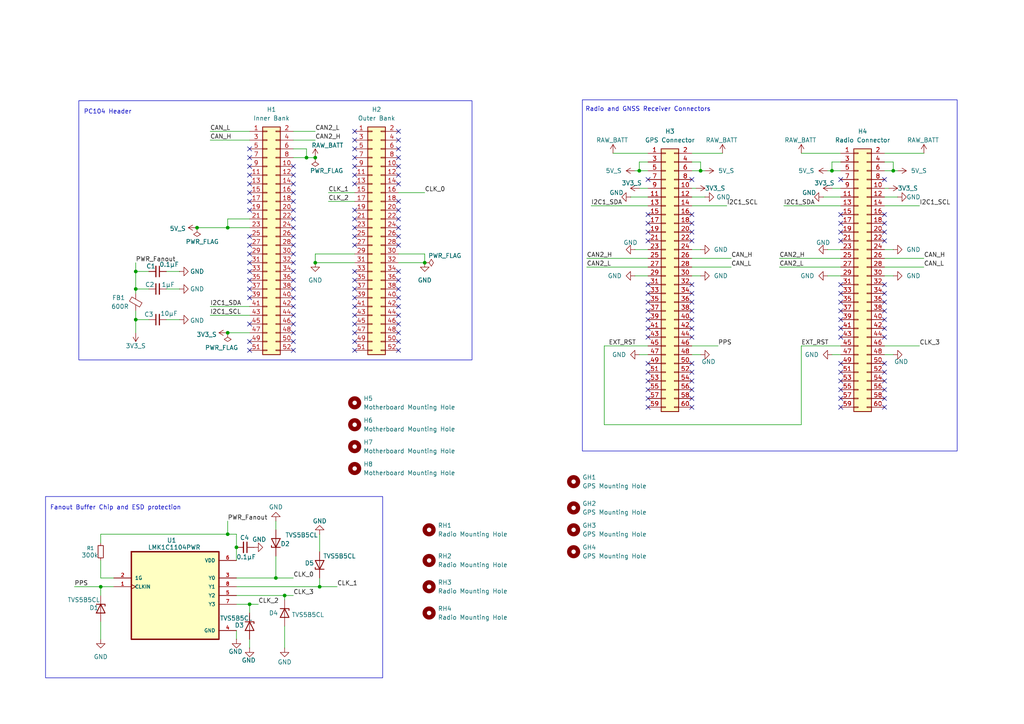
<source format=kicad_sch>
(kicad_sch (version 20250114) (generator "eeschema") (generator_version "9.0")
  (paper "A4")
  (lib_symbols
    (symbol "Connector_Generic:Conn_02x26_Odd_Even" (pin_names (offset 1.016) (hide yes))
      (property "Reference" "J" (at 1.27 33.02 0))
      (property "Value" "Conn_02x26_Odd_Even" (at 1.27 -35.56 0))
      (symbol "Conn_02x26_Odd_Even_1_1"
        (pin passive line (at -5.08 30.48 0) (length 3.81) (name "Pin_1") (number "1"))
        (pin passive line (at -5.08 27.94 0) (length 3.81) (name "Pin_3") (number "3"))
        (pin passive line (at -5.08 25.4 0) (length 3.81) (name "Pin_5") (number "5"))
        (pin passive line (at -5.08 22.86 0) (length 3.81) (name "Pin_7") (number "7"))
        (pin passive line (at -5.08 20.32 0) (length 3.81) (name "Pin_9") (number "9"))
        (pin passive line (at -5.08 17.78 0) (length 3.81) (name "Pin_11") (number "11"))
        (pin passive line (at -5.08 15.24 0) (length 3.81) (name "Pin_13") (number "13"))
        (pin passive line (at -5.08 12.7 0) (length 3.81) (name "Pin_15") (number "15"))
        (pin passive line (at -5.08 10.16 0) (length 3.81) (name "Pin_17") (number "17"))
        (pin passive line (at -5.08 7.62 0) (length 3.81) (name "Pin_19") (number "19"))
        (pin passive line (at -5.08 5.08 0) (length 3.81) (name "Pin_21") (number "21"))
        (pin passive line (at -5.08 2.54 0) (length 3.81) (name "Pin_23") (number "23"))
        (pin passive line (at -5.08 0 0) (length 3.81) (name "Pin_25") (number "25"))
        (pin passive line (at -5.08 -2.54 0) (length 3.81) (name "Pin_27") (number "27"))
        (pin passive line (at -5.08 -5.08 0) (length 3.81) (name "Pin_29") (number "29"))
        (pin passive line (at -5.08 -7.62 0) (length 3.81) (name "Pin_31") (number "31"))
        (pin passive line (at -5.08 -10.16 0) (length 3.81) (name "Pin_33") (number "33"))
        (pin passive line (at -5.08 -12.7 0) (length 3.81) (name "Pin_35") (number "35"))
        (pin passive line (at -5.08 -15.24 0) (length 3.81) (name "Pin_37") (number "37"))
        (pin passive line (at -5.08 -17.78 0) (length 3.81) (name "Pin_39") (number "39"))
        (pin passive line (at -5.08 -20.32 0) (length 3.81) (name "Pin_41") (number "41"))
        (pin passive line (at -5.08 -22.86 0) (length 3.81) (name "Pin_43") (number "43"))
        (pin passive line (at -5.08 -25.4 0) (length 3.81) (name "Pin_45") (number "45"))
        (pin passive line (at -5.08 -27.94 0) (length 3.81) (name "Pin_47") (number "47"))
        (pin passive line (at -5.08 -30.48 0) (length 3.81) (name "Pin_49") (number "49"))
        (pin passive line (at -5.08 -33.02 0) (length 3.81) (name "Pin_51") (number "51"))
        (pin passive line (at 7.62 30.48 180) (length 3.81) (name "Pin_2") (number "2"))
        (pin passive line (at 7.62 27.94 180) (length 3.81) (name "Pin_4") (number "4"))
        (pin passive line (at 7.62 25.4 180) (length 3.81) (name "Pin_6") (number "6"))
        (pin passive line (at 7.62 22.86 180) (length 3.81) (name "Pin_8") (number "8"))
        (pin passive line (at 7.62 20.32 180) (length 3.81) (name "Pin_10") (number "10"))
        (pin passive line (at 7.62 17.78 180) (length 3.81) (name "Pin_12") (number "12"))
        (pin passive line (at 7.62 15.24 180) (length 3.81) (name "Pin_14") (number "14"))
        (pin passive line (at 7.62 12.7 180) (length 3.81) (name "Pin_16") (number "16"))
        (pin passive line (at 7.62 10.16 180) (length 3.81) (name "Pin_18") (number "18"))
        (pin passive line (at 7.62 7.62 180) (length 3.81) (name "Pin_20") (number "20"))
        (pin passive line (at 7.62 5.08 180) (length 3.81) (name "Pin_22") (number "22"))
        (pin passive line (at 7.62 2.54 180) (length 3.81) (name "Pin_24") (number "24"))
        (pin passive line (at 7.62 0 180) (length 3.81) (name "Pin_26") (number "26"))
        (pin passive line (at 7.62 -2.54 180) (length 3.81) (name "Pin_28") (number "28"))
        (pin passive line (at 7.62 -5.08 180) (length 3.81) (name "Pin_30") (number "30"))
        (pin passive line (at 7.62 -7.62 180) (length 3.81) (name "Pin_32") (number "32"))
        (pin passive line (at 7.62 -10.16 180) (length 3.81) (name "Pin_34") (number "34"))
        (pin passive line (at 7.62 -12.7 180) (length 3.81) (name "Pin_36") (number "36"))
        (pin passive line (at 7.62 -15.24 180) (length 3.81) (name "Pin_38") (number "38"))
        (pin passive line (at 7.62 -17.78 180) (length 3.81) (name "Pin_40") (number "40"))
        (pin passive line (at 7.62 -20.32 180) (length 3.81) (name "Pin_42") (number "42"))
        (pin passive line (at 7.62 -22.86 180) (length 3.81) (name "Pin_44") (number "44"))
        (pin passive line (at 7.62 -25.4 180) (length 3.81) (name "Pin_46") (number "46"))
        (pin passive line (at 7.62 -27.94 180) (length 3.81) (name "Pin_48") (number "48"))
        (pin passive line (at 7.62 -30.48 180) (length 3.81) (name "Pin_50") (number "50"))
        (pin passive line (at 7.62 -33.02 180) (length 3.81) (name "Pin_52") (number "52"))
      )
    )
    (symbol "Connector_Generic:Conn_02x30_Odd_Even" (pin_names (offset 1.016) (hide yes))
      (property "Reference" "J" (at 1.27 38.1 0))
      (property "Value" "Conn_02x30_Odd_Even" (at 1.27 -40.64 0))
      (symbol "Conn_02x30_Odd_Even_1_1"
        (pin passive line (at -5.08 35.56 0) (length 3.81) (name "Pin_1") (number "1"))
        (pin passive line (at -5.08 33.02 0) (length 3.81) (name "Pin_3") (number "3"))
        (pin passive line (at -5.08 30.48 0) (length 3.81) (name "Pin_5") (number "5"))
        (pin passive line (at -5.08 27.94 0) (length 3.81) (name "Pin_7") (number "7"))
        (pin passive line (at -5.08 25.4 0) (length 3.81) (name "Pin_9") (number "9"))
        (pin passive line (at -5.08 22.86 0) (length 3.81) (name "Pin_11") (number "11"))
        (pin passive line (at -5.08 20.32 0) (length 3.81) (name "Pin_13") (number "13"))
        (pin passive line (at -5.08 17.78 0) (length 3.81) (name "Pin_15") (number "15"))
        (pin passive line (at -5.08 15.24 0) (length 3.81) (name "Pin_17") (number "17"))
        (pin passive line (at -5.08 12.7 0) (length 3.81) (name "Pin_19") (number "19"))
        (pin passive line (at -5.08 10.16 0) (length 3.81) (name "Pin_21") (number "21"))
        (pin passive line (at -5.08 7.62 0) (length 3.81) (name "Pin_23") (number "23"))
        (pin passive line (at -5.08 5.08 0) (length 3.81) (name "Pin_25") (number "25"))
        (pin passive line (at -5.08 2.54 0) (length 3.81) (name "Pin_27") (number "27"))
        (pin passive line (at -5.08 0 0) (length 3.81) (name "Pin_29") (number "29"))
        (pin passive line (at -5.08 -2.54 0) (length 3.81) (name "Pin_31") (number "31"))
        (pin passive line (at -5.08 -5.08 0) (length 3.81) (name "Pin_33") (number "33"))
        (pin passive line (at -5.08 -7.62 0) (length 3.81) (name "Pin_35") (number "35"))
        (pin passive line (at -5.08 -10.16 0) (length 3.81) (name "Pin_37") (number "37"))
        (pin passive line (at -5.08 -12.7 0) (length 3.81) (name "Pin_39") (number "39"))
        (pin passive line (at -5.08 -15.24 0) (length 3.81) (name "Pin_41") (number "41"))
        (pin passive line (at -5.08 -17.78 0) (length 3.81) (name "Pin_43") (number "43"))
        (pin passive line (at -5.08 -20.32 0) (length 3.81) (name "Pin_45") (number "45"))
        (pin passive line (at -5.08 -22.86 0) (length 3.81) (name "Pin_47") (number "47"))
        (pin passive line (at -5.08 -25.4 0) (length 3.81) (name "Pin_49") (number "49"))
        (pin passive line (at -5.08 -27.94 0) (length 3.81) (name "Pin_51") (number "51"))
        (pin passive line (at -5.08 -30.48 0) (length 3.81) (name "Pin_53") (number "53"))
        (pin passive line (at -5.08 -33.02 0) (length 3.81) (name "Pin_55") (number "55"))
        (pin passive line (at -5.08 -35.56 0) (length 3.81) (name "Pin_57") (number "57"))
        (pin passive line (at -5.08 -38.1 0) (length 3.81) (name "Pin_59") (number "59"))
        (pin passive line (at 7.62 35.56 180) (length 3.81) (name "Pin_2") (number "2"))
        (pin passive line (at 7.62 33.02 180) (length 3.81) (name "Pin_4") (number "4"))
        (pin passive line (at 7.62 30.48 180) (length 3.81) (name "Pin_6") (number "6"))
        (pin passive line (at 7.62 27.94 180) (length 3.81) (name "Pin_8") (number "8"))
        (pin passive line (at 7.62 25.4 180) (length 3.81) (name "Pin_10") (number "10"))
        (pin passive line (at 7.62 22.86 180) (length 3.81) (name "Pin_12") (number "12"))
        (pin passive line (at 7.62 20.32 180) (length 3.81) (name "Pin_14") (number "14"))
        (pin passive line (at 7.62 17.78 180) (length 3.81) (name "Pin_16") (number "16"))
        (pin passive line (at 7.62 15.24 180) (length 3.81) (name "Pin_18") (number "18"))
        (pin passive line (at 7.62 12.7 180) (length 3.81) (name "Pin_20") (number "20"))
        (pin passive line (at 7.62 10.16 180) (length 3.81) (name "Pin_22") (number "22"))
        (pin passive line (at 7.62 7.62 180) (length 3.81) (name "Pin_24") (number "24"))
        (pin passive line (at 7.62 5.08 180) (length 3.81) (name "Pin_26") (number "26"))
        (pin passive line (at 7.62 2.54 180) (length 3.81) (name "Pin_28") (number "28"))
        (pin passive line (at 7.62 0 180) (length 3.81) (name "Pin_30") (number "30"))
        (pin passive line (at 7.62 -2.54 180) (length 3.81) (name "Pin_32") (number "32"))
        (pin passive line (at 7.62 -5.08 180) (length 3.81) (name "Pin_34") (number "34"))
        (pin passive line (at 7.62 -7.62 180) (length 3.81) (name "Pin_36") (number "36"))
        (pin passive line (at 7.62 -10.16 180) (length 3.81) (name "Pin_38") (number "38"))
        (pin passive line (at 7.62 -12.7 180) (length 3.81) (name "Pin_40") (number "40"))
        (pin passive line (at 7.62 -15.24 180) (length 3.81) (name "Pin_42") (number "42"))
        (pin passive line (at 7.62 -17.78 180) (length 3.81) (name "Pin_44") (number "44"))
        (pin passive line (at 7.62 -20.32 180) (length 3.81) (name "Pin_46") (number "46"))
        (pin passive line (at 7.62 -22.86 180) (length 3.81) (name "Pin_48") (number "48"))
        (pin passive line (at 7.62 -25.4 180) (length 3.81) (name "Pin_50") (number "50"))
        (pin passive line (at 7.62 -27.94 180) (length 3.81) (name "Pin_52") (number "52"))
        (pin passive line (at 7.62 -30.48 180) (length 3.81) (name "Pin_54") (number "54"))
        (pin passive line (at 7.62 -33.02 180) (length 3.81) (name "Pin_56") (number "56"))
        (pin passive line (at 7.62 -35.56 180) (length 3.81) (name "Pin_58") (number "58"))
        (pin passive line (at 7.62 -38.1 180) (length 3.81) (name "Pin_60") (number "60"))
      )
    )
    (symbol "Device:C_Small" (pin_numbers (hide yes)) (pin_names (offset 0.254) (hide yes))
      (property "Reference" "C" (at 0.254 1.778 0))
      (property "Value" "C_Small" (at 0.254 -2.032 0))
      (symbol "C_Small_1_1"
        (pin passive line (at 0 2.54 270) (length 2.032) (name "~") (number "1"))
        (pin passive line (at 0 -2.54 90) (length 2.032) (name "~") (number "2"))
      )
    )
    (symbol "Device:FerriteBead_Small" (pin_numbers (hide yes)) (pin_names (offset 0))
      (property "Reference" "FB" (at 1.905 1.27 0))
      (property "Value" "FerriteBead_Small" (at 1.905 -1.27 0))
      (symbol "FerriteBead_Small_1_1"
        (pin passive line (at 0 2.54 270) (length 1.27) (name "~") (number "1"))
        (pin passive line (at 0 -2.54 90) (length 1.27) (name "~") (number "2"))
      )
    )
    (symbol "Device:R_Small" (pin_numbers (hide yes)) (pin_names (offset 0.254) (hide yes))
      (property "Reference" "R" (at 0 0 90))
      (property "Value" "R_Small" (at 1.778 0 90))
      (symbol "R_Small_1_1"
        (pin passive line (at 0 2.54 270) (length 0.762) (name "~") (number "1"))
        (pin passive line (at 0 -2.54 90) (length 0.762) (name "~") (number "2"))
      )
    )
    (symbol "Diode:PTVS5V0Z1USK" (pin_numbers (hide yes)) (pin_names (hide yes))
      (property "Reference" "D" (at 0 2.54 0))
      (property "Value" "PTVS5V0Z1USK" (at 0 -2.54 0))
      (symbol "PTVS5V0Z1USK_1_1"
        (pin passive line (at -3.81 0 0) (length 2.54) (name "K") (number "1"))
        (pin passive line (at 3.81 0 180) (length 2.54) (name "A") (number "2"))
      )
    )
    (symbol "LMK1C1104PWR:LMK1C1104PWR" (pin_names (offset 1.016))
      (property "Reference" "U" (at -12.7 13.7 0))
      (property "Value" "LMK1C1104PWR" (at -12.7 -16.7 0))
      (symbol "LMK1C1104PWR_0_0"
        (pin input line (at -17.78 5.08 0) (length 5.08) (name "1G") (number "2"))
        (pin input clock (at -17.78 2.54 0) (length 5.08) (name "CLKIN") (number "1"))
        (pin power_in line (at 17.78 10.16 180) (length 5.08) (name "VDD") (number "6"))
        (pin output line (at 17.78 5.08 180) (length 5.08) (name "Y0") (number "3"))
        (pin output line (at 17.78 2.54 180) (length 5.08) (name "Y1") (number "8"))
        (pin output line (at 17.78 0 180) (length 5.08) (name "Y2") (number "5"))
        (pin output line (at 17.78 -2.54 180) (length 5.08) (name "Y3") (number "7"))
        (pin power_in line (at 17.78 -10.16 180) (length 5.08) (name "GND") (number "4"))
      )
    )
    (symbol "Mechanical:MountingHole" (pin_names (offset 1.016)) (in_bom no)
      (property "Reference" "H" (at 0 5.08 0))
      (property "Value" "MountingHole" (at 0 3.175 0))
    )
    (symbol "power:+3.3V" (power) (pin_numbers (hide yes)) (pin_names (offset 0) (hide yes))
      (property "Value" "+3.3V" (at 0 3.556 0))
      (symbol "+3.3V_1_1"
        (pin power_in line (at 0 0 90) (length 0) (name "~") (number "1"))
      )
    )
    (symbol "power:+5V" (power) (pin_numbers (hide yes)) (pin_names (offset 0) (hide yes))
      (property "Value" "+5V" (at 0 3.556 0))
      (symbol "+5V_1_1"
        (pin power_in line (at 0 0 90) (length 0) (name "~") (number "1"))
      )
    )
    (symbol "power:+BATT" (power) (pin_numbers (hide yes)) (pin_names (offset 0) (hide yes))
      (property "Value" "+BATT" (at 0 3.556 0))
      (symbol "+BATT_1_1"
        (pin power_in line (at 0 0 90) (length 0) (name "~") (number "1"))
      )
    )
    (symbol "power:GND" (power) (pin_numbers (hide yes)) (pin_names (offset 0) (hide yes))
      (property "Value" "GND" (at 0 -3.81 0))
      (symbol "GND_1_1"
        (pin power_in line (at 0 0 270) (length 0) (name "~") (number "1"))
      )
    )
    (symbol "power:PWR_FLAG" (power) (pin_numbers (hide yes)) (pin_names (offset 0) (hide yes))
      (property "Value" "PWR_FLAG" (at 0 3.81 0))
      (symbol "PWR_FLAG_0_0"
        (pin power_out line (at 0 0 90) (length 0) (name "~") (number "1"))
      )
    )
  )
  (rectangle (start 13.208 144.018) (end 110.998 196.596))
  (rectangle (start 22.86 29.21) (end 136.906 104.394))
  (rectangle (start 168.91 28.956) (end 277.622 130.81))
  (text "PC104 Header\n" (at 31.242 32.512 0) (effects (font (size 1.27 1.27))))
  (text "Fanout Buffer Chip and ESD protection\n" (at 33.528 147.32 0) (effects (font (size 1.27 1.27))))
  (text "Radio and GNSS Receiver Connectors\n" (at 187.96 31.75 0) (effects (font (size 1.27 1.27))))
  (junction (at 39.37 92.71))
  (junction (at 72.39 175.26))
  (junction (at 241.3 49.53))
  (junction (at 92.71 170.18))
  (junction (at 80.01 167.64))
  (junction (at 203.2 49.53))
  (junction (at 68.58 158.75))
  (junction (at 29.21 170.18))
  (junction (at 39.37 83.82))
  (junction (at 259.08 49.53))
  (junction (at 88.9 45.72))
  (junction (at 39.37 78.74))
  (junction (at 66.04 66.04))
  (junction (at 91.44 45.72))
  (junction (at 57.15 66.04))
  (junction (at 82.55 172.72))
  (junction (at 185.42 49.53))
  (junction (at 66.04 154.94))
  (junction (at 66.04 96.52))
  (junction (at 91.44 76.2))
  (junction (at 123.19 76.2))
  (no_connect (at 256.54 113.03))
  (no_connect (at 243.84 85.09))
  (no_connect (at 72.39 81.28))
  (no_connect (at 72.39 43.18))
  (no_connect (at 85.09 63.5))
  (no_connect (at 243.84 87.63))
  (no_connect (at 200.66 87.63))
  (no_connect (at 256.54 69.85))
  (no_connect (at 200.66 97.79))
  (no_connect (at 256.54 64.77))
  (no_connect (at 72.39 71.12))
  (no_connect (at 85.09 68.58))
  (no_connect (at 243.84 95.25))
  (no_connect (at 85.09 101.6))
  (no_connect (at 243.84 115.57))
  (no_connect (at 102.87 45.72))
  (no_connect (at 200.66 107.95))
  (no_connect (at 102.87 93.98))
  (no_connect (at 256.54 92.71))
  (no_connect (at 115.57 83.82))
  (no_connect (at 102.87 68.58))
  (no_connect (at 200.66 85.09))
  (no_connect (at 85.09 96.52))
  (no_connect (at 72.39 60.96))
  (no_connect (at 115.57 78.74))
  (no_connect (at 187.96 92.71))
  (no_connect (at 102.87 83.82))
  (no_connect (at 243.84 52.07))
  (no_connect (at 85.09 50.8))
  (no_connect (at 72.39 93.98))
  (no_connect (at 102.87 48.26))
  (no_connect (at 187.96 67.31))
  (no_connect (at 115.57 81.28))
  (no_connect (at 243.84 64.77))
  (no_connect (at 115.57 71.12))
  (no_connect (at 85.09 76.2))
  (no_connect (at 115.57 50.8))
  (no_connect (at 187.96 118.11))
  (no_connect (at 256.54 52.07))
  (no_connect (at 243.84 90.17))
  (no_connect (at 200.66 62.23))
  (no_connect (at 200.66 115.57))
  (no_connect (at 243.84 107.95))
  (no_connect (at 85.09 66.04))
  (no_connect (at 102.87 71.12))
  (no_connect (at 115.57 93.98))
  (no_connect (at 256.54 115.57))
  (no_connect (at 85.09 78.74))
  (no_connect (at 115.57 53.34))
  (no_connect (at 85.09 53.34))
  (no_connect (at 115.57 96.52))
  (no_connect (at 85.09 99.06))
  (no_connect (at 85.09 58.42))
  (no_connect (at 85.09 83.82))
  (no_connect (at 72.39 76.2))
  (no_connect (at 243.84 105.41))
  (no_connect (at 256.54 95.25))
  (no_connect (at 102.87 53.34))
  (no_connect (at 243.84 92.71))
  (no_connect (at 187.96 52.07))
  (no_connect (at 102.87 91.44))
  (no_connect (at 102.87 78.74))
  (no_connect (at 243.84 62.23))
  (no_connect (at 256.54 85.09))
  (no_connect (at 72.39 83.82))
  (no_connect (at 102.87 43.18))
  (no_connect (at 72.39 99.06))
  (no_connect (at 102.87 101.6))
  (no_connect (at 200.66 90.17))
  (no_connect (at 102.87 99.06))
  (no_connect (at 102.87 88.9))
  (no_connect (at 187.96 115.57))
  (no_connect (at 102.87 81.28))
  (no_connect (at 200.66 69.85))
  (no_connect (at 115.57 48.26))
  (no_connect (at 85.09 91.44))
  (no_connect (at 72.39 58.42))
  (no_connect (at 115.57 43.18))
  (no_connect (at 115.57 101.6))
  (no_connect (at 115.57 58.42))
  (no_connect (at 256.54 118.11))
  (no_connect (at 102.87 63.5))
  (no_connect (at 187.96 64.77))
  (no_connect (at 187.96 82.55))
  (no_connect (at 256.54 97.79))
  (no_connect (at 200.66 82.55))
  (no_connect (at 72.39 53.34))
  (no_connect (at 200.66 113.03))
  (no_connect (at 102.87 60.96))
  (no_connect (at 256.54 87.63))
  (no_connect (at 115.57 66.04))
  (no_connect (at 115.57 88.9))
  (no_connect (at 115.57 86.36))
  (no_connect (at 243.84 67.31))
  (no_connect (at 187.96 113.03))
  (no_connect (at 243.84 110.49))
  (no_connect (at 243.84 113.03))
  (no_connect (at 85.09 88.9))
  (no_connect (at 256.54 62.23))
  (no_connect (at 200.66 92.71))
  (no_connect (at 72.39 45.72))
  (no_connect (at 187.96 69.85))
  (no_connect (at 256.54 82.55))
  (no_connect (at 85.09 73.66))
  (no_connect (at 200.66 67.31))
  (no_connect (at 243.84 82.55))
  (no_connect (at 72.39 55.88))
  (no_connect (at 115.57 99.06))
  (no_connect (at 187.96 107.95))
  (no_connect (at 115.57 40.64))
  (no_connect (at 256.54 105.41))
  (no_connect (at 72.39 50.8))
  (no_connect (at 102.87 66.04))
  (no_connect (at 85.09 86.36))
  (no_connect (at 187.96 95.25))
  (no_connect (at 85.09 60.96))
  (no_connect (at 187.96 105.41))
  (no_connect (at 115.57 63.5))
  (no_connect (at 115.57 60.96))
  (no_connect (at 187.96 110.49))
  (no_connect (at 200.66 52.07))
  (no_connect (at 85.09 81.28))
  (no_connect (at 72.39 78.74))
  (no_connect (at 187.96 85.09))
  (no_connect (at 256.54 67.31))
  (no_connect (at 243.84 118.11))
  (no_connect (at 102.87 40.64))
  (no_connect (at 102.87 50.8))
  (no_connect (at 187.96 87.63))
  (no_connect (at 72.39 101.6))
  (no_connect (at 200.66 110.49))
  (no_connect (at 200.66 64.77))
  (no_connect (at 72.39 48.26))
  (no_connect (at 72.39 73.66))
  (no_connect (at 187.96 62.23))
  (no_connect (at 102.87 86.36))
  (no_connect (at 200.66 118.11))
  (no_connect (at 85.09 55.88))
  (no_connect (at 102.87 96.52))
  (no_connect (at 115.57 45.72))
  (no_connect (at 243.84 69.85))
  (no_connect (at 85.09 48.26))
  (no_connect (at 115.57 91.44))
  (no_connect (at 243.84 97.79))
  (no_connect (at 72.39 68.58))
  (no_connect (at 200.66 105.41))
  (no_connect (at 85.09 71.12))
  (no_connect (at 200.66 95.25))
  (no_connect (at 256.54 110.49))
  (no_connect (at 102.87 38.1))
  (no_connect (at 187.96 97.79))
  (no_connect (at 115.57 68.58))
  (no_connect (at 256.54 107.95))
  (no_connect (at 187.96 90.17))
  (no_connect (at 256.54 90.17))
  (no_connect (at 115.57 38.1))
  (no_connect (at 85.09 93.98))
  (no_connect (at 72.39 86.36))
  (wire (pts (xy 241.3 49.53) (xy 243.84 49.53)))
  (wire (pts (xy 29.21 180.34) (xy 29.21 185.42)))
  (wire (pts (xy 184.15 80.01) (xy 187.96 80.01)))
  (wire (pts (xy 171.45 59.69) (xy 187.96 59.69)))
  (wire (pts (xy 185.42 54.61) (xy 187.96 54.61)))
  (wire (pts (xy 39.37 92.71) (xy 39.37 96.52)))
  (wire (pts (xy 256.54 44.45) (xy 267.97 44.45)))
  (wire (pts (xy 175.26 123.19) (xy 232.41 123.19)))
  (wire (pts (xy 68.58 172.72) (xy 82.55 172.72)))
  (wire (pts (xy 115.57 73.66) (xy 123.19 73.66)))
  (wire (pts (xy 80.01 161.29) (xy 80.01 167.64)))
  (wire (pts (xy 29.21 170.18) (xy 33.02 170.18)))
  (wire (pts (xy 85.09 38.1) (xy 91.44 38.1)))
  (wire (pts (xy 92.71 154.94) (xy 92.71 160.02)))
  (wire (pts (xy 170.18 77.47) (xy 187.96 77.47)))
  (wire (pts (xy 182.88 57.15) (xy 187.96 57.15)))
  (wire (pts (xy 115.57 76.2) (xy 123.19 76.2)))
  (wire (pts (xy 91.44 73.66) (xy 91.44 76.2)))
  (wire (pts (xy 115.57 55.88) (xy 123.19 55.88)))
  (wire (pts (xy 68.58 182.88) (xy 68.58 185.42)))
  (wire (pts (xy 200.66 49.53) (xy 203.2 49.53)))
  (wire (pts (xy 48.26 83.82) (xy 52.07 83.82)))
  (wire (pts (xy 232.41 100.33) (xy 232.41 123.19)))
  (wire (pts (xy 232.41 44.45) (xy 243.84 44.45)))
  (wire (pts (xy 82.55 172.72) (xy 82.55 173.99)))
  (wire (pts (xy 256.54 49.53) (xy 259.08 49.53)))
  (wire (pts (xy 238.76 57.15) (xy 243.84 57.15)))
  (wire (pts (xy 200.66 100.33) (xy 208.28 100.33)))
  (wire (pts (xy 200.66 44.45) (xy 209.55 44.45)))
  (wire (pts (xy 29.21 167.64) (xy 33.02 167.64)))
  (wire (pts (xy 175.26 100.33) (xy 175.26 123.19)))
  (wire (pts (xy 241.3 54.61) (xy 243.84 54.61)))
  (wire (pts (xy 95.25 58.42) (xy 102.87 58.42)))
  (wire (pts (xy 85.09 40.64) (xy 91.44 40.64)))
  (wire (pts (xy 85.09 45.72) (xy 88.9 45.72)))
  (wire (pts (xy 39.37 90.17) (xy 39.37 92.71)))
  (wire (pts (xy 241.3 102.87) (xy 243.84 102.87)))
  (wire (pts (xy 68.58 170.18) (xy 92.71 170.18)))
  (wire (pts (xy 60.96 38.1) (xy 72.39 38.1)))
  (wire (pts (xy 91.44 76.2) (xy 102.87 76.2)))
  (wire (pts (xy 200.66 102.87) (xy 203.2 102.87)))
  (wire (pts (xy 123.19 73.66) (xy 123.19 76.2)))
  (wire (pts (xy 226.06 74.93) (xy 243.84 74.93)))
  (wire (pts (xy 66.04 151.13) (xy 66.04 154.94)))
  (wire (pts (xy 232.41 100.33) (xy 243.84 100.33)))
  (wire (pts (xy 256.54 77.47) (xy 267.97 77.47)))
  (wire (pts (xy 259.08 49.53) (xy 260.35 49.53)))
  (wire (pts (xy 39.37 92.71) (xy 43.18 92.71)))
  (wire (pts (xy 60.96 40.64) (xy 72.39 40.64)))
  (wire (pts (xy 29.21 170.18) (xy 29.21 172.72)))
  (wire (pts (xy 48.26 78.74) (xy 52.07 78.74)))
  (wire (pts (xy 48.26 92.71) (xy 52.07 92.71)))
  (wire (pts (xy 203.2 46.99) (xy 203.2 49.53)))
  (wire (pts (xy 82.55 172.72) (xy 85.09 172.72)))
  (wire (pts (xy 82.55 181.61) (xy 82.55 187.96)))
  (wire (pts (xy 66.04 154.94) (xy 68.58 154.94)))
  (wire (pts (xy 226.06 77.47) (xy 243.84 77.47)))
  (wire (pts (xy 200.66 57.15) (xy 204.47 57.15)))
  (wire (pts (xy 91.44 73.66) (xy 102.87 73.66)))
  (wire (pts (xy 200.66 59.69) (xy 210.82 59.69)))
  (wire (pts (xy 256.54 74.93) (xy 267.97 74.93)))
  (wire (pts (xy 39.37 76.2) (xy 39.37 78.74)))
  (wire (pts (xy 184.15 49.53) (xy 185.42 49.53)))
  (wire (pts (xy 66.04 96.52) (xy 72.39 96.52)))
  (wire (pts (xy 185.42 49.53) (xy 187.96 49.53)))
  (wire (pts (xy 256.54 80.01) (xy 259.08 80.01)))
  (wire (pts (xy 184.15 72.39) (xy 187.96 72.39)))
  (wire (pts (xy 175.26 100.33) (xy 187.96 100.33)))
  (wire (pts (xy 259.08 46.99) (xy 259.08 49.53)))
  (wire (pts (xy 256.54 46.99) (xy 259.08 46.99)))
  (wire (pts (xy 95.25 55.88) (xy 102.87 55.88)))
  (wire (pts (xy 80.01 167.64) (xy 85.09 167.64)))
  (wire (pts (xy 177.8 44.45) (xy 187.96 44.45)))
  (wire (pts (xy 240.03 80.01) (xy 243.84 80.01)))
  (wire (pts (xy 39.37 83.82) (xy 43.18 83.82)))
  (wire (pts (xy 60.96 88.9) (xy 72.39 88.9)))
  (wire (pts (xy 29.21 162.56) (xy 29.21 167.64)))
  (wire (pts (xy 39.37 78.74) (xy 43.18 78.74)))
  (wire (pts (xy 72.39 185.42) (xy 72.39 187.96)))
  (wire (pts (xy 88.9 45.72) (xy 91.44 45.72)))
  (wire (pts (xy 92.71 167.64) (xy 92.71 170.18)))
  (wire (pts (xy 92.71 170.18) (xy 97.79 170.18)))
  (wire (pts (xy 256.54 57.15) (xy 260.35 57.15)))
  (wire (pts (xy 256.54 72.39) (xy 259.08 72.39)))
  (wire (pts (xy 185.42 102.87) (xy 187.96 102.87)))
  (wire (pts (xy 60.96 91.44) (xy 72.39 91.44)))
  (wire (pts (xy 66.04 63.5) (xy 72.39 63.5)))
  (wire (pts (xy 240.03 49.53) (xy 241.3 49.53)))
  (wire (pts (xy 66.04 66.04) (xy 72.39 66.04)))
  (wire (pts (xy 227.33 59.69) (xy 243.84 59.69)))
  (wire (pts (xy 256.54 100.33) (xy 266.7 100.33)))
  (wire (pts (xy 57.15 66.04) (xy 66.04 66.04)))
  (wire (pts (xy 29.21 154.94) (xy 29.21 157.48)))
  (wire (pts (xy 185.42 46.99) (xy 187.96 46.99)))
  (wire (pts (xy 85.09 43.18) (xy 88.9 43.18)))
  (wire (pts (xy 170.18 74.93) (xy 187.96 74.93)))
  (wire (pts (xy 185.42 46.99) (xy 185.42 49.53)))
  (wire (pts (xy 256.54 59.69) (xy 266.7 59.69)))
  (wire (pts (xy 68.58 154.94) (xy 68.58 158.75)))
  (wire (pts (xy 200.66 54.61) (xy 201.93 54.61)))
  (wire (pts (xy 200.66 74.93) (xy 212.09 74.93)))
  (wire (pts (xy 39.37 78.74) (xy 39.37 83.82)))
  (wire (pts (xy 68.58 158.75) (xy 68.58 162.56)))
  (wire (pts (xy 240.03 72.39) (xy 243.84 72.39)))
  (wire (pts (xy 200.66 77.47) (xy 212.09 77.47)))
  (wire (pts (xy 203.2 49.53) (xy 204.47 49.53)))
  (wire (pts (xy 80.01 151.13) (xy 80.01 153.67)))
  (wire (pts (xy 66.04 63.5) (xy 66.04 66.04)))
  (wire (pts (xy 256.54 54.61) (xy 257.81 54.61)))
  (wire (pts (xy 39.37 83.82) (xy 39.37 85.09)))
  (wire (pts (xy 256.54 102.87) (xy 259.08 102.87)))
  (wire (pts (xy 88.9 43.18) (xy 88.9 45.72)))
  (wire (pts (xy 21.59 170.18) (xy 29.21 170.18)))
  (wire (pts (xy 241.3 46.99) (xy 241.3 49.53)))
  (wire (pts (xy 68.58 167.64) (xy 80.01 167.64)))
  (wire (pts (xy 200.66 80.01) (xy 203.2 80.01)))
  (wire (pts (xy 241.3 46.99) (xy 243.84 46.99)))
  (wire (pts (xy 72.39 175.26) (xy 72.39 177.8)))
  (wire (pts (xy 68.58 175.26) (xy 72.39 175.26)))
  (wire (pts (xy 72.39 175.26) (xy 74.93 175.26)))
  (wire (pts (xy 200.66 46.99) (xy 203.2 46.99)))
  (wire (pts (xy 29.21 154.94) (xy 66.04 154.94)))
  (wire (pts (xy 200.66 72.39) (xy 203.2 72.39)))
  (label "EXT_RST" (at 232.41 100.33 0))
  (label "CAN_H" (at 212.09 74.93 0))
  (label "CAN_L" (at 212.09 77.47 0))
  (label "CLK_0" (at 85.09 167.64 0))
  (label "CLK_1" (at 97.79 170.18 0))
  (label "CAN2_L" (at 226.06 77.47 0))
  (label "CAN_H" (at 267.97 74.93 0))
  (label "I2C1_SCL" (at 210.82 59.69 0))
  (label "PWR_Fanout" (at 66.04 151.13 0))
  (label "CAN2_H" (at 226.06 74.93 0))
  (label "CAN_H" (at 60.96 40.64 0))
  (label "CAN2_H" (at 91.44 40.64 0))
  (label "CAN2_L" (at 170.18 77.47 0))
  (label "CAN2_H" (at 170.18 74.93 0))
  (label "CLK_3" (at 266.7 100.33 0))
  (label "CLK_3" (at 85.09 172.72 0))
  (label "EXT_RST" (at 176.53 100.33 0))
  (label "CLK_2" (at 74.93 175.26 0))
  (label "CAN_L" (at 60.96 38.1 0))
  (label "PPS" (at 21.59 170.18 0))
  (label "CLK_0" (at 123.19 55.88 0))
  (label "I2C1_SDA" (at 171.45 59.69 0))
  (label "CAN_L" (at 267.97 77.47 0))
  (label "PWR_Fanout" (at 39.37 76.2 0))
  (label "I2C1_SDA" (at 227.33 59.69 0))
  (label "I2C1_SCL" (at 266.7 59.69 0))
  (label "PPS" (at 208.28 100.33 0))
  (label "CAN2_L" (at 91.44 38.1 0))
  (label "I2C1_SDA" (at 60.96 88.9 0))
  (label "CLK_1" (at 95.25 55.88 0))
  (label "CLK_2" (at 95.25 58.42 0))
  (label "I2C1_SCL" (at 60.96 91.44 0))
  (symbol (lib_id "power:+3.3V") (at 57.15 66.04 90) (unit 1)
    (property "Reference" "#PWR043" (effects (hide yes)))
    (property "Value" "5V_S" (at 51.562 66.294 90))
    (property "Description" "Power symbol creates a global label with name \"+3.3V\"" (effects (hide yes)))
  )
  (symbol (lib_id "power:GND") (at 29.21 185.42 0) (unit 1)
    (property "Reference" "#PWR01" (effects (hide yes)))
    (property "Value" "GND" (at 29.21 190.5 0))
    (property "Description" "Power symbol creates a global label with name \"GND\" , ground" (effects (hide yes)))
  )
  (symbol (lib_id "Diode:PTVS5V0Z1USK") (at 72.39 181.61 270) (unit 1)
    (property "Reference" "D3" (at 68.072 181.356 90) (effects (justify left)))
    (property "Value" "TVS5B5CL" (at 63.754 179.324 90) (effects (justify left)))
    (property "Footprint" "Diode_SMD:Nexperia_DSN1608-2_1.6x0.8mm" (effects (hide yes)))
    (property "Datasheet" "https://assets.nexperia.com/documents/data-sheet/PTVS5V0Z1USK.pdf" (effects (hide yes)))
    (property "Description" "5V, 1200W TVS unidirectional diode, DSN1608-2" (effects (hide yes)))
  )
  (symbol (lib_id "Mechanical:MountingHole") (at 102.87 129.54 0) (unit 1) (in_bom no)
    (property "Reference" "H7" (at 105.41 128.2699 0) (effects (justify left)))
    (property "Value" "Motherboard Mounting Hole" (at 105.41 130.8099 0) (effects (justify left)))
    (property "Footprint" "MountingHole:MountingHole_3.2mm_M3_Pad_TopBottom" (effects (hide yes)))
    (property "Description" "Mounting Hole without connection" (effects (hide yes)))
  )
  (symbol (lib_id "Diode:PTVS5V0Z1USK") (at 82.55 177.8 270) (unit 1)
    (property "Reference" "D4" (at 77.978 177.8 90) (effects (justify left)))
    (property "Value" "TVS5B5CL" (at 84.582 178.308 90) (effects (justify left)))
    (property "Footprint" "Diode_SMD:Nexperia_DSN1608-2_1.6x0.8mm" (effects (hide yes)))
    (property "Datasheet" "https://assets.nexperia.com/documents/data-sheet/PTVS5V0Z1USK.pdf" (effects (hide yes)))
    (property "Description" "5V, 1200W TVS unidirectional diode, DSN1608-2" (effects (hide yes)))
  )
  (symbol (lib_id "power:GND") (at 185.42 102.87 270) (unit 1)
    (property "Reference" "#PWR03" (effects (hide yes)))
    (property "Value" "GND" (at 181.61 102.8699 90) (effects (justify right)))
    (property "Description" "Power symbol creates a global label with name \"GND\" , ground" (effects (hide yes)))
  )
  (symbol (lib_id "power:+3.3V") (at 201.93 54.61 270) (unit 1)
    (property "Reference" "#PWR021" (effects (hide yes)))
    (property "Value" "3V3_S" (at 204.47 54.61 90) (effects (justify left)))
    (property "Description" "Power symbol creates a global label with name \"+3.3V\"" (effects (hide yes)))
  )
  (symbol (lib_id "power:GND") (at 92.71 154.94 180) (unit 1)
    (property "Reference" "#PWR039" (effects (hide yes)))
    (property "Value" "GND" (at 90.678 151.13 0) (effects (justify right)))
    (property "Description" "Power symbol creates a global label with name \"GND\" , ground" (effects (hide yes)))
  )
  (symbol (lib_id "power:GND") (at 72.39 187.96 0) (unit 1)
    (property "Reference" "#PWR06" (effects (hide yes)))
    (property "Value" "GND" (at 74.168 191.516 0) (effects (justify right)))
    (property "Description" "Power symbol creates a global label with name \"GND\" , ground" (effects (hide yes)))
  )
  (symbol (lib_id "power:+5V") (at 204.47 49.53 270) (unit 1)
    (property "Reference" "#PWR023" (effects (hide yes)))
    (property "Value" "5V_S" (at 208.28 49.5299 90) (effects (justify left)))
    (property "Description" "Power symbol creates a global label with name \"+5V\"" (effects (hide yes)))
  )
  (symbol (lib_id "Mechanical:MountingHole") (at 124.46 170.18 0) (unit 1) (in_bom no)
    (property "Reference" "RH3" (at 127 168.9099 0) (effects (justify left)))
    (property "Value" "Radio Mounting Hole" (at 127 171.4499 0) (effects (justify left)))
    (property "Footprint" "MountingHole:MountingHole_2.5mm_Pad_TopBottom" (effects (hide yes)))
    (property "Description" "Mounting Hole without connection" (effects (hide yes)))
  )
  (symbol (lib_id "power:+5V") (at 260.35 49.53 270) (unit 1)
    (property "Reference" "#PWR029" (effects (hide yes)))
    (property "Value" "5V_S" (at 264.16 49.5299 90) (effects (justify left)))
    (property "Description" "Power symbol creates a global label with name \"+5V\"" (effects (hide yes)))
  )
  (symbol (lib_id "power:+BATT") (at 267.97 44.45 0) (unit 1)
    (property "Reference" "#PWR027" (effects (hide yes)))
    (property "Value" "RAW_BATT" (at 267.716 40.64 0))
    (property "Description" "Power symbol creates a global label with name \"+BATT\"" (effects (hide yes)))
  )
  (symbol (lib_id "power:+3.3V") (at 39.37 96.52 180) (unit 1)
    (property "Reference" "#PWR013" (effects (hide yes)))
    (property "Value" "3V3_S" (at 39.37 100.33 0))
    (property "Description" "Power symbol creates a global label with name \"+3.3V\"" (effects (hide yes)))
  )
  (symbol (lib_id "power:+BATT") (at 209.55 44.45 0) (unit 1)
    (property "Reference" "#PWR025" (effects (hide yes)))
    (property "Value" "RAW_BATT" (at 209.296 40.64 0))
    (property "Description" "Power symbol creates a global label with name \"+BATT\"" (effects (hide yes)))
  )
  (symbol (lib_id "power:GND") (at 259.08 102.87 90) (unit 1)
    (property "Reference" "#PWR041" (effects (hide yes)))
    (property "Value" "GND" (at 259.334 104.902 90) (effects (justify right)))
    (property "Description" "Power symbol creates a global label with name \"GND\" , ground" (effects (hide yes)))
  )
  (symbol (lib_id "Diode:PTVS5V0Z1USK") (at 92.71 163.83 90) (unit 1)
    (property "Reference" "D5" (at 88.392 163.322 90) (effects (justify right)))
    (property "Value" "TVS5B5CL" (at 93.726 161.29 90) (effects (justify right)))
    (property "Footprint" "Diode_SMD:Nexperia_DSN1608-2_1.6x0.8mm" (effects (hide yes)))
    (property "Datasheet" "https://assets.nexperia.com/documents/data-sheet/PTVS5V0Z1USK.pdf" (effects (hide yes)))
    (property "Description" "5V, 1200W TVS unidirectional diode, DSN1608-2" (effects (hide yes)))
  )
  (symbol (lib_id "Connector_Generic:Conn_02x26_Odd_Even") (at 107.95 68.58 0) (unit 1)
    (property "Reference" "H2" (at 109.22 31.75 0))
    (property "Value" "Outer Bank" (at 109.22 34.29 0))
    (property "Footprint" "Connector_PinHeader_2.54mm:PinHeader_2x26_P2.54mm_Vertical" (effects (hide yes)))
    (property "Description" "Generic connector, double row, 02x26, odd/even pin numbering scheme (row 1 odd numbers, row 2 even numbers), script generated (kicad-library-utils/schlib/autogen/connector/)" (effects (hide yes)))
  )
  (symbol (lib_id "power:+5V") (at 240.03 49.53 90) (unit 1)
    (property "Reference" "#PWR031" (effects (hide yes)))
    (property "Value" "5V_S" (at 236.22 49.5299 90) (effects (justify left)))
    (property "Description" "Power symbol creates a global label with name \"+5V\"" (effects (hide yes)))
  )
  (symbol (lib_id "power:GND") (at 184.15 72.39 270) (unit 1)
    (property "Reference" "#PWR016" (effects (hide yes)))
    (property "Value" "GND" (at 184.912 70.358 90) (effects (justify right)))
    (property "Description" "Power symbol creates a global label with name \"GND\" , ground" (effects (hide yes)))
  )
  (symbol (lib_id "power:GND") (at 259.08 80.01 90) (unit 1)
    (property "Reference" "#PWR035" (effects (hide yes)))
    (property "Value" "GND" (at 262.89 80.0099 90) (effects (justify right)))
    (property "Description" "Power symbol creates a global label with name \"GND\" , ground" (effects (hide yes)))
  )
  (symbol (lib_id "power:PWR_FLAG") (at 57.15 66.04 180) (unit 1)
    (property "Reference" "#FLG02" (effects (hide yes)))
    (property "Value" "PWR_FLAG" (at 58.674 70.104 0))
    (property "Description" "Special symbol for telling ERC where power comes from" (effects (hide yes)))
  )
  (symbol (lib_id "power:PWR_FLAG") (at 91.44 45.72 180) (unit 1)
    (property "Reference" "#FLG03" (effects (hide yes)))
    (property "Value" "PWR_FLAG" (at 94.742 49.53 0))
    (property "Description" "Special symbol for telling ERC where power comes from" (effects (hide yes)))
  )
  (symbol (lib_id "Mechanical:MountingHole") (at 166.37 160.02 0) (unit 1) (in_bom no)
    (property "Reference" "GH4" (at 168.91 158.7499 0) (effects (justify left)))
    (property "Value" "GPS Mounting Hole" (at 168.91 161.2899 0) (effects (justify left)))
    (property "Footprint" "MountingHole:MountingHole_2.5mm_Pad_TopBottom" (effects (hide yes)))
    (property "Description" "Mounting Hole without connection" (effects (hide yes)))
  )
  (symbol (lib_id "Mechanical:MountingHole") (at 124.46 177.8 0) (unit 1) (in_bom no)
    (property "Reference" "RH4" (at 127 176.5299 0) (effects (justify left)))
    (property "Value" "Radio Mounting Hole" (at 127 179.0699 0) (effects (justify left)))
    (property "Footprint" "MountingHole:MountingHole_2.5mm_Pad_TopBottom" (effects (hide yes)))
    (property "Description" "Mounting Hole without connection" (effects (hide yes)))
  )
  (symbol (lib_id "power:GND") (at 204.47 57.15 90) (unit 1)
    (property "Reference" "#PWR018" (effects (hide yes)))
    (property "Value" "GND" (at 207.772 57.15 90) (effects (justify right)))
    (property "Description" "Power symbol creates a global label with name \"GND\" , ground" (effects (hide yes)))
  )
  (symbol (lib_id "power:GND") (at 260.35 57.15 90) (unit 1)
    (property "Reference" "#PWR033" (effects (hide yes)))
    (property "Value" "GND" (at 262.89 57.15 90) (effects (justify right)))
    (property "Description" "Power symbol creates a global label with name \"GND\" , ground" (effects (hide yes)))
  )
  (symbol (lib_id "power:GND") (at 82.55 187.96 0) (unit 1)
    (property "Reference" "#PWR04" (effects (hide yes)))
    (property "Value" "GND" (at 82.55 192.024 0))
    (property "Description" "Power symbol creates a global label with name \"GND\" , ground" (effects (hide yes)))
  )
  (symbol (lib_id "LMK1C1104PWR:LMK1C1104PWR") (at 50.8 172.72 0) (unit 1)
    (property "Reference" "U1" (at 49.784 156.718 0))
    (property "Value" "LMK1C1104PWR" (at 50.546 158.75 0))
    (property "Footprint" "LMK1C1104PWR (1):SOP65P640X120-8N" (effects (hide yes)))
    (property "DigiKey_Part_Number" "296-LMK1C1104PWRTR-ND" (effects (hide yes)))
    (property "SnapEDA_Link" "https://www.snapeda.com/parts/LMK1C1104PWR/Texas+Instruments/view-part/?ref=snap" (effects (hide yes)))
    (property "Description_1" "4-channel output LVCMOS 1.8-V buffer" (effects (hide yes)))
    (property "MF" "Texas Instruments" (effects (hide yes)))
    (property "Package" "TSSOP-8 Texas Instruments" (effects (hide yes)))
    (property "Check_prices" "https://www.snapeda.com/parts/LMK1C1104PWR/Texas+Instruments/view-part/?ref=eda" (effects (hide yes)))
    (property "MP" "LMK1C1104PWR" (effects (hide yes)))
  )
  (symbol (lib_id "Mechanical:MountingHole") (at 124.46 162.56 0) (unit 1) (in_bom no)
    (property "Reference" "RH2" (at 127 161.2899 0) (effects (justify left)))
    (property "Value" "Radio Mounting Hole" (at 127 163.8299 0) (effects (justify left)))
    (property "Footprint" "MountingHole:MountingHole_2.5mm_Pad_TopBottom" (effects (hide yes)))
    (property "Description" "Mounting Hole without connection" (effects (hide yes)))
  )
  (symbol (lib_id "power:GND") (at 240.03 72.39 270) (unit 1)
    (property "Reference" "#PWR036" (effects (hide yes)))
    (property "Value" "GND" (at 240.792 70.358 90) (effects (justify right)))
    (property "Description" "Power symbol creates a global label with name \"GND\" , ground" (effects (hide yes)))
  )
  (symbol (lib_id "power:GND") (at 240.03 80.01 270) (unit 1)
    (property "Reference" "#PWR037" (effects (hide yes)))
    (property "Value" "GND" (at 236.22 80.0099 90) (effects (justify right)))
    (property "Description" "Power symbol creates a global label with name \"GND\" , ground" (effects (hide yes)))
  )
  (symbol (lib_id "power:GND") (at 238.76 57.15 270) (unit 1)
    (property "Reference" "#PWR030" (effects (hide yes)))
    (property "Value" "GND" (at 236.728 55.88 90) (effects (justify right)))
    (property "Description" "Power symbol creates a global label with name \"GND\" , ground" (effects (hide yes)))
  )
  (symbol (lib_id "power:+3.3V") (at 241.3 54.61 90) (unit 1)
    (property "Reference" "#PWR032" (effects (hide yes)))
    (property "Value" "3V3_S" (at 242.062 53.086 90) (effects (justify left)))
    (property "Description" "Power symbol creates a global label with name \"+3.3V\"" (effects (hide yes)))
  )
  (symbol (lib_id "power:PWR_FLAG") (at 66.04 96.52 180) (unit 1)
    (property "Reference" "#FLG01" (effects (hide yes)))
    (property "Value" "PWR_FLAG" (at 64.262 100.838 0))
    (property "Description" "Special symbol for telling ERC where power comes from" (effects (hide yes)))
  )
  (symbol (lib_id "Device:C_Small") (at 45.72 83.82 90) (unit 1)
    (property "Reference" "C2" (at 43.434 82.55 90))
    (property "Value" "1μF" (at 48.768 82.55 90))
    (property "Footprint" "Capacitor_SMD:C_0402_1005Metric" (effects (hide yes)))
    (property "Description" "Unpolarized capacitor, small symbol" (effects (hide yes)))
  )
  (symbol (lib_id "Device:FerriteBead_Small") (at 39.37 87.63 0) (unit 1)
    (property "Reference" "FB1" (at 32.512 86.36 0) (effects (justify left)))
    (property "Value" "600R" (at 32.258 88.9 0) (effects (justify left)))
    (property "Footprint" "Inductor_SMD:L_0603_1608Metric" (effects (hide yes)))
    (property "Description" "Ferrite bead, small symbol" (effects (hide yes)))
  )
  (symbol (lib_id "Mechanical:MountingHole") (at 166.37 147.32 0) (unit 1) (in_bom no)
    (property "Reference" "GH2" (at 168.91 146.0499 0) (effects (justify left)))
    (property "Value" "GPS Mounting Hole" (at 168.91 148.5899 0) (effects (justify left)))
    (property "Footprint" "MountingHole:MountingHole_2.5mm_Pad_TopBottom" (effects (hide yes)))
    (property "Description" "Mounting Hole without connection" (effects (hide yes)))
  )
  (symbol (lib_id "power:+3.3V") (at 257.81 54.61 270) (unit 1)
    (property "Reference" "#PWR028" (effects (hide yes)))
    (property "Value" "3V3_S" (at 260.35 54.61 90) (effects (justify left)))
    (property "Description" "Power symbol creates a global label with name \"+3.3V\"" (effects (hide yes)))
  )
  (symbol (lib_id "power:GND") (at 259.08 72.39 90) (unit 1)
    (property "Reference" "#PWR034" (effects (hide yes)))
    (property "Value" "GND" (at 262.89 72.3899 90) (effects (justify right)))
    (property "Description" "Power symbol creates a global label with name \"GND\" , ground" (effects (hide yes)))
  )
  (symbol (lib_id "power:GND") (at 52.07 78.74 90) (unit 1)
    (property "Reference" "#PWR045" (effects (hide yes)))
    (property "Value" "GND" (at 55.118 78.74 90) (effects (justify right)))
    (property "Description" "Power symbol creates a global label with name \"GND\" , ground" (effects (hide yes)))
  )
  (symbol (lib_id "Connector_Generic:Conn_02x26_Odd_Even") (at 77.47 68.58 0) (unit 1)
    (property "Reference" "H1" (at 78.74 31.75 0))
    (property "Value" "Inner Bank" (at 78.74 34.29 0))
    (property "Footprint" "Connector_PinHeader_2.54mm:PinHeader_2x26_P2.54mm_Vertical" (effects (hide yes)))
    (property "Description" "Generic connector, double row, 02x26, odd/even pin numbering scheme (row 1 odd numbers, row 2 even numbers), script generated (kicad-library-utils/schlib/autogen/connector/)" (effects (hide yes)))
  )
  (symbol (lib_id "Device:C_Small") (at 71.12 158.75 270) (unit 1)
    (property "Reference" "C4" (at 69.596 155.956 90) (effects (justify left)))
    (property "Value" "0.1μF" (at 68.58 161.544 90) (effects (justify left)))
    (property "Footprint" "Capacitor_SMD:C_0402_1005Metric" (effects (hide yes)))
    (property "Description" "Unpolarized capacitor, small symbol" (effects (hide yes)))
  )
  (symbol (lib_id "power:+BATT") (at 232.41 44.45 0) (unit 1)
    (property "Reference" "#PWR026" (effects (hide yes)))
    (property "Value" "RAW_BATT" (at 232.156 40.64 0))
    (property "Description" "Power symbol creates a global label with name \"+BATT\"" (effects (hide yes)))
  )
  (symbol (lib_id "Device:C_Small") (at 45.72 78.74 270) (unit 1)
    (property "Reference" "C1" (at 42.418 77.216 90) (effects (justify left)))
    (property "Value" "0.1μF" (at 46.228 76.708 90) (effects (justify left)))
    (property "Footprint" "Capacitor_SMD:C_0402_1005Metric" (effects (hide yes)))
    (property "Description" "Unpolarized capacitor, small symbol" (effects (hide yes)))
  )
  (symbol (lib_id "power:GND") (at 123.19 76.2 0) (unit 1)
    (property "Reference" "#PWR010" (effects (hide yes)))
    (property "Value" "GND" (at 123.19 81.28 0))
    (property "Description" "Power symbol creates a global label with name \"GND\" , ground" (effects (hide yes)))
  )
  (symbol (lib_id "power:GND") (at 203.2 72.39 90) (unit 1)
    (property "Reference" "#PWR017" (effects (hide yes)))
    (property "Value" "GND" (at 207.01 72.3899 90) (effects (justify right)))
    (property "Description" "Power symbol creates a global label with name \"GND\" , ground" (effects (hide yes)))
  )
  (symbol (lib_id "Mechanical:MountingHole") (at 102.87 116.84 0) (unit 1) (in_bom no)
    (property "Reference" "H5" (at 105.41 115.5699 0) (effects (justify left)))
    (property "Value" "Motherboard Mounting Hole" (at 105.41 118.1099 0) (effects (justify left)))
    (property "Footprint" "MountingHole:MountingHole_3.2mm_M3_Pad_TopBottom" (effects (hide yes)))
    (property "Description" "Mounting Hole without connection" (effects (hide yes)))
  )
  (symbol (lib_id "power:+3.3V") (at 66.04 96.52 90) (unit 1)
    (property "Reference" "#PWR042" (effects (hide yes)))
    (property "Value" "3V3_S" (at 59.944 97.028 90))
    (property "Description" "Power symbol creates a global label with name \"+3.3V\"" (effects (hide yes)))
  )
  (symbol (lib_id "Mechanical:MountingHole") (at 124.46 153.67 0) (unit 1) (in_bom no)
    (property "Reference" "RH1" (at 127 152.3999 0) (effects (justify left)))
    (property "Value" "Radio Mounting Hole" (at 127 154.9399 0) (effects (justify left)))
    (property "Footprint" "MountingHole:MountingHole_2.5mm_Pad_TopBottom" (effects (hide yes)))
    (property "Description" "Mounting Hole without connection" (effects (hide yes)))
  )
  (symbol (lib_id "power:GND") (at 73.66 158.75 90) (unit 1)
    (property "Reference" "#PWR046" (effects (hide yes)))
    (property "Value" "GND" (at 75.184 156.464 90))
    (property "Description" "Power symbol creates a global label with name \"GND\" , ground" (effects (hide yes)))
  )
  (symbol (lib_id "power:GND") (at 184.15 80.01 270) (unit 1)
    (property "Reference" "#PWR014" (effects (hide yes)))
    (property "Value" "GND" (at 180.34 80.0099 90) (effects (justify right)))
    (property "Description" "Power symbol creates a global label with name \"GND\" , ground" (effects (hide yes)))
  )
  (symbol (lib_id "power:+5V") (at 184.15 49.53 90) (unit 1)
    (property "Reference" "#PWR022" (effects (hide yes)))
    (property "Value" "5V_S" (at 180.34 49.5299 90) (effects (justify left)))
    (property "Description" "Power symbol creates a global label with name \"+5V\"" (effects (hide yes)))
  )
  (symbol (lib_id "Connector_Generic:Conn_02x30_Odd_Even") (at 193.04 80.01 0) (unit 1)
    (property "Reference" "H3" (at 194.31 38.1 0))
    (property "Value" "GPS Connector" (at 194.31 40.64 0))
    (property "Footprint" "Connector_Molex:CON_MolexSlimStack_54363-0689" (effects (hide yes)))
    (property "Description" "Generic connector, double row, 02x30, odd/even pin numbering scheme (row 1 odd numbers, row 2 even numbers), script generated (kicad-library-utils/schlib/autogen/connector/)" (effects (hide yes)))
  )
  (symbol (lib_id "power:GND") (at 80.01 151.13 180) (unit 1)
    (property "Reference" "#PWR011" (effects (hide yes)))
    (property "Value" "GND" (at 80.01 147.066 0))
    (property "Description" "Power symbol creates a global label with name \"GND\" , ground" (effects (hide yes)))
  )
  (symbol (lib_id "Mechanical:MountingHole") (at 166.37 139.7 0) (unit 1) (in_bom no)
    (property "Reference" "GH1" (at 168.91 138.4299 0) (effects (justify left)))
    (property "Value" "GPS Mounting Hole" (at 168.91 140.9699 0) (effects (justify left)))
    (property "Footprint" "MountingHole:MountingHole_2.5mm_Pad_TopBottom" (effects (hide yes)))
    (property "Description" "Mounting Hole without connection" (effects (hide yes)))
  )
  (symbol (lib_id "power:GND") (at 52.07 92.71 90) (unit 1)
    (property "Reference" "#PWR02" (effects (hide yes)))
    (property "Value" "GND" (at 55.118 92.964 90) (effects (justify right)))
    (property "Description" "Power symbol creates a global label with name \"GND\" , ground" (effects (hide yes)))
  )
  (symbol (lib_id "Device:C_Small") (at 45.72 92.71 90) (unit 1)
    (property "Reference" "C3" (at 43.18 91.186 90))
    (property "Value" "10μF" (at 49.022 90.932 90))
    (property "Footprint" "Capacitor_SMD:C_0402_1005Metric" (effects (hide yes)))
    (property "Description" "Unpolarized capacitor, small symbol" (effects (hide yes)))
  )
  (symbol (lib_id "power:GND") (at 68.58 185.42 0) (unit 1)
    (property "Reference" "#PWR040" (effects (hide yes)))
    (property "Value" "GND" (at 70.358 188.976 0) (effects (justify right)))
    (property "Description" "Power symbol creates a global label with name \"GND\" , ground" (effects (hide yes)))
  )
  (symbol (lib_id "power:+BATT") (at 177.8 44.45 0) (unit 1)
    (property "Reference" "#PWR024" (effects (hide yes)))
    (property "Value" "RAW_BATT" (at 177.546 40.64 0))
    (property "Description" "Power symbol creates a global label with name \"+BATT\"" (effects (hide yes)))
  )
  (symbol (lib_id "power:GND") (at 52.07 83.82 90) (unit 1)
    (property "Reference" "#PWR012" (effects (hide yes)))
    (property "Value" "GND" (at 55.118 83.82 90) (effects (justify right)))
    (property "Description" "Power symbol creates a global label with name \"GND\" , ground" (effects (hide yes)))
  )
  (symbol (lib_id "power:GND") (at 203.2 102.87 90) (unit 1)
    (property "Reference" "#PWR08" (effects (hide yes)))
    (property "Value" "GND" (at 203.454 104.902 90) (effects (justify right)))
    (property "Description" "Power symbol creates a global label with name \"GND\" , ground" (effects (hide yes)))
  )
  (symbol (lib_id "power:GND") (at 241.3 102.87 270) (unit 1)
    (property "Reference" "#PWR038" (effects (hide yes)))
    (property "Value" "GND" (at 237.49 102.8699 90) (effects (justify right)))
    (property "Description" "Power symbol creates a global label with name \"GND\" , ground" (effects (hide yes)))
  )
  (symbol (lib_id "Device:R_Small") (at 29.21 160.02 0) (unit 1)
    (property "Reference" "R1" (at 25.146 159.004 0) (effects (font (size 1.016 1.016)) (justify left)))
    (property "Value" "300k" (at 23.622 161.036 0) (effects (justify left)))
    (property "Footprint" "Resistor_SMD:R_0603_1608Metric" (effects (hide yes)))
    (property "Description" "Resistor, small symbol" (effects (hide yes)))
  )
  (symbol (lib_id "power:GND") (at 182.88 57.15 270) (unit 1)
    (property "Reference" "#PWR019" (effects (hide yes)))
    (property "Value" "GND" (at 180.848 55.88 90) (effects (justify right)))
    (property "Description" "Power symbol creates a global label with name \"GND\" , ground" (effects (hide yes)))
  )
  (symbol (lib_id "Mechanical:MountingHole") (at 102.87 123.19 0) (unit 1) (in_bom no)
    (property "Reference" "H6" (at 105.41 121.9199 0) (effects (justify left)))
    (property "Value" "Motherboard Mounting Hole" (at 105.41 124.4599 0) (effects (justify left)))
    (property "Footprint" "MountingHole:MountingHole_3.2mm_M3_Pad_TopBottom" (effects (hide yes)))
    (property "Description" "Mounting Hole without connection" (effects (hide yes)))
  )
  (symbol (lib_id "power:+BATT") (at 91.44 45.72 0) (unit 1)
    (property "Reference" "#PWR044" (effects (hide yes)))
    (property "Value" "RAW_BATT" (at 94.996 42.164 0))
    (property "Description" "Power symbol creates a global label with name \"+BATT\"" (effects (hide yes)))
  )
  (symbol (lib_id "Mechanical:MountingHole") (at 102.87 135.89 0) (unit 1) (in_bom no)
    (property "Reference" "H8" (at 105.41 134.6199 0) (effects (justify left)))
    (property "Value" "Motherboard Mounting Hole" (at 105.41 137.1599 0) (effects (justify left)))
    (property "Footprint" "MountingHole:MountingHole_3.2mm_M3_Pad_TopBottom" (effects (hide yes)))
    (property "Description" "Mounting Hole without connection" (effects (hide yes)))
  )
  (symbol (lib_id "power:GND") (at 203.2 80.01 90) (unit 1)
    (property "Reference" "#PWR015" (effects (hide yes)))
    (property "Value" "GND" (at 207.01 80.0099 90) (effects (justify right)))
    (property "Description" "Power symbol creates a global label with name \"GND\" , ground" (effects (hide yes)))
  )
  (symbol (lib_id "Mechanical:MountingHole") (at 166.37 153.67 0) (unit 1) (in_bom no)
    (property "Reference" "GH3" (at 168.91 152.3999 0) (effects (justify left)))
    (property "Value" "GPS Mounting Hole" (at 168.91 154.9399 0) (effects (justify left)))
    (property "Footprint" "MountingHole:MountingHole_2.5mm_Pad_TopBottom" (effects (hide yes)))
    (property "Description" "Mounting Hole without connection" (effects (hide yes)))
  )
  (symbol (lib_id "power:GND") (at 91.44 76.2 0) (unit 1)
    (property "Reference" "#PWR07" (effects (hide yes)))
    (property "Value" "GND" (at 91.44 81.28 0))
    (property "Description" "Power symbol creates a global label with name \"GND\" , ground" (effects (hide yes)))
  )
  (symbol (lib_id "Diode:PTVS5V0Z1USK") (at 29.21 176.53 270) (unit 1)
    (property "Reference" "D1" (at 25.908 176.276 90) (effects (justify left)))
    (property "Value" "TVS5B5CL" (at 19.558 173.99 90) (effects (justify left)))
    (property "Footprint" "Diode_SMD:Nexperia_DSN1608-2_1.6x0.8mm" (effects (hide yes)))
    (property "Datasheet" "https://assets.nexperia.com/documents/data-sheet/PTVS5V0Z1USK.pdf" (effects (hide yes)))
    (property "Description" "5V, 1200W TVS unidirectional diode, DSN1608-2" (effects (hide yes)))
  )
  (symbol (lib_id "power:PWR_FLAG") (at 123.19 76.2 270) (unit 1)
    (property "Reference" "#FLG04" (effects (hide yes)))
    (property "Value" "PWR_FLAG" (at 124.206 74.168 90) (effects (justify left)))
    (property "Description" "Special symbol for telling ERC where power comes from" (effects (hide yes)))
  )
  (symbol (lib_id "Connector_Generic:Conn_02x30_Odd_Even") (at 248.92 80.01 0) (unit 1)
    (property "Reference" "H4" (at 250.19 38.1 0))
    (property "Value" "Radio Connector" (at 250.19 40.64 0))
    (property "Footprint" "Connector_Molex:CON_MolexSlimStack_54363-0689" (effects (hide yes)))
    (property "Description" "Generic connector, double row, 02x30, odd/even pin numbering scheme (row 1 odd numbers, row 2 even numbers), script generated (kicad-library-utils/schlib/autogen/connector/)" (effects (hide yes)))
  )
  (symbol (lib_id "Diode:PTVS5V0Z1USK") (at 80.01 157.48 90) (unit 1)
    (property "Reference" "D2" (at 84.074 157.734 90) (effects (justify left)))
    (property "Value" "TVS5B5CL" (at 92.202 155.194 90) (effects (justify left)))
    (property "Footprint" "Diode_SMD:Nexperia_DSN1608-2_1.6x0.8mm" (effects (hide yes)))
    (property "Datasheet" "https://assets.nexperia.com/documents/data-sheet/PTVS5V0Z1USK.pdf" (effects (hide yes)))
    (property "Description" "5V, 1200W TVS unidirectional diode, DSN1608-2" (effects (hide yes)))
  )
  (symbol (lib_id "power:+3.3V") (at 185.42 54.61 90) (unit 1)
    (property "Reference" "#PWR020" (effects (hide yes)))
    (property "Value" "3V3_S" (at 186.182 53.086 90) (effects (justify left)))
    (property "Description" "Power symbol creates a global label with name \"+3.3V\"" (effects (hide yes)))
  )
)
</source>
